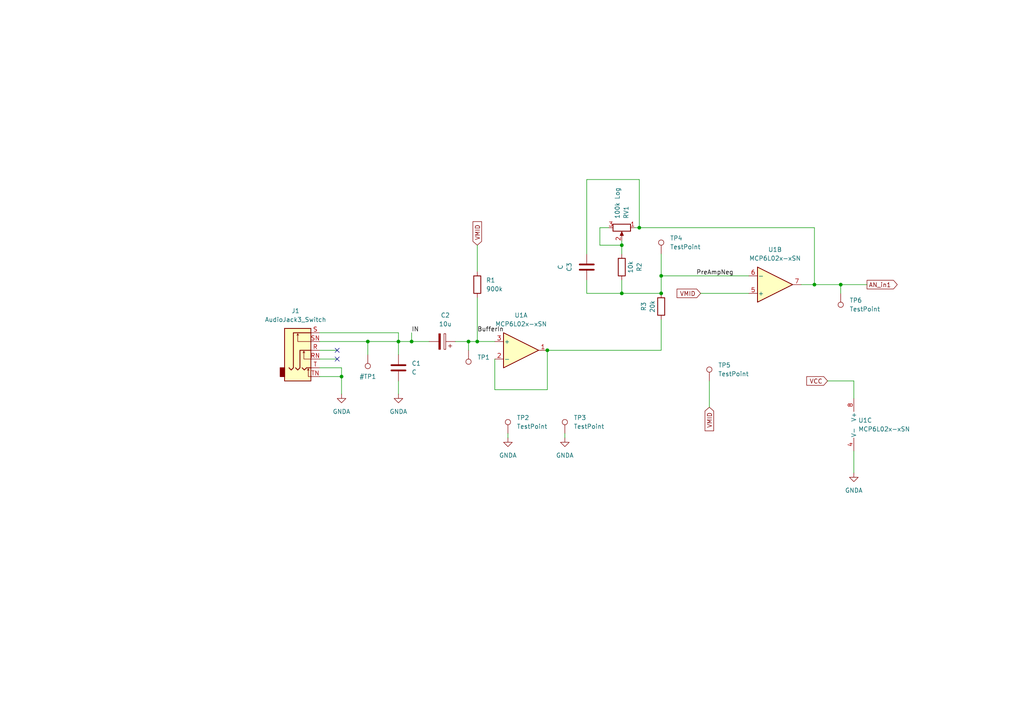
<source format=kicad_sch>
(kicad_sch (version 20211123) (generator eeschema)
  (paper "A4")
  (lib_symbols
    (symbol "Amplifier_Operational:MCP6L02x-xSN" (pin_names (offset 0.127))
      (property "Reference" "U" (at 2.54 6.35 0))
      (property "Value" "MCP6L02x-xSN" (at 2.54 3.81 0))
      (symbol "MCP6L02x-xSN_1_1"
        (polyline (pts (xy 5.08 0) (xy -5.08 5.08) (xy -5.08 -5.08) (xy 5.08 0)) (stroke (width 0.254)) (fill (type background)))
        (pin output line (at 7.62 0 180) (length 2.54) (name "~") (number "1"))
        (pin input line (at -7.62 -2.54 0) (length 2.54) (name "-") (number "2"))
        (pin input line (at -7.62 2.54 0) (length 2.54) (name "+") (number "3"))
      )
      (symbol "MCP6L02x-xSN_2_1"
        (polyline (pts (xy 5.08 0) (xy -5.08 5.08) (xy -5.08 -5.08) (xy 5.08 0)) (stroke (width 0.254)) (fill (type background)))
        (pin input line (at -7.62 2.54 0) (length 2.54) (name "+") (number "5"))
        (pin input line (at -7.62 -2.54 0) (length 2.54) (name "-") (number "6"))
        (pin output line (at 7.62 0 180) (length 2.54) (name "~") (number "7"))
      )
      (symbol "MCP6L02x-xSN_3_1"
        (pin power_in line (at 0 -7.62 90) (length 3.81) (name "V-") (number "4"))
        (pin power_in line (at 0 7.62 270) (length 3.81) (name "V+") (number "8"))
      )
    )
    (symbol "Connector:AudioJack3_Switch"
      (property "Reference" "J" (at 0 11.43 0))
      (property "Value" "AudioJack3_Switch" (at 0 8.89 0))
      (symbol "AudioJack3_Switch_0_1"
        (rectangle (start -5.08 -5.08) (end -6.35 -7.62) (stroke (width 0.254)) (fill (type outline)))
        (polyline (pts (xy -1.27 4.826) (xy -1.016 4.318)))
        (polyline (pts (xy 0.508 -0.254) (xy 0.762 -0.762)))
        (polyline (pts (xy 1.778 -5.334) (xy 2.032 -5.842)))
        (polyline (pts (xy 0 -5.08) (xy 0.635 -5.715) (xy 1.27 -5.08) (xy 2.54 -5.08)) (stroke (width 0.254)))
        (polyline (pts (xy 2.54 -7.62) (xy 1.778 -7.62) (xy 1.778 -5.334) (xy 1.524 -5.842)))
        (polyline (pts (xy 2.54 -2.54) (xy 0.508 -2.54) (xy 0.508 -0.254) (xy 0.254 -0.762)))
        (polyline (pts (xy 2.54 2.54) (xy -1.27 2.54) (xy -1.27 4.826) (xy -1.524 4.318)))
        (polyline (pts (xy -1.905 -5.08) (xy -1.27 -5.715) (xy -0.635 -5.08) (xy -0.635 0) (xy 2.54 0)) (stroke (width 0.254)))
        (polyline (pts (xy 2.54 5.08) (xy -2.54 5.08) (xy -2.54 -5.08) (xy -3.175 -5.715) (xy -3.81 -5.08)) (stroke (width 0.254)))
        (rectangle (start 2.54 6.35) (end -5.08 -8.89) (stroke (width 0.254)) (fill (type background)))
      )
      (symbol "AudioJack3_Switch_1_1"
        (pin passive line (at 5.08 0 180) (length 2.54) (name "~") (number "R"))
        (pin passive line (at 5.08 -2.54 180) (length 2.54) (name "~") (number "RN"))
        (pin passive line (at 5.08 5.08 180) (length 2.54) (name "~") (number "S"))
        (pin passive line (at 5.08 2.54 180) (length 2.54) (name "~") (number "SN"))
        (pin passive line (at 5.08 -5.08 180) (length 2.54) (name "~") (number "T"))
        (pin passive line (at 5.08 -7.62 180) (length 2.54) (name "~") (number "TN"))
      )
    )
    (symbol "Connector:TestPoint" (pin_numbers hide) (pin_names (offset 0.762) hide)
      (property "Reference" "TP" (at 0 6.858 0))
      (property "Value" "TestPoint" (at 0 5.08 0))
      (symbol "TestPoint_0_1"
        (circle (center 0 3.302) (radius 0.762))
      )
      (symbol "TestPoint_1_1"
        (pin passive line (at 0 0 90) (length 2.54) (name "1") (number "1"))
      )
    )
    (symbol "Device:C" (pin_numbers hide) (pin_names (offset 0.254))
      (property "Reference" "C" (at 0.635 2.54 0))
      (property "Value" "C" (at 0.635 -2.54 0))
      (symbol "C_0_1"
        (polyline (pts (xy -2.032 -0.762) (xy 2.032 -0.762)) (stroke (width 0.508)))
        (polyline (pts (xy -2.032 0.762) (xy 2.032 0.762)) (stroke (width 0.508)))
      )
      (symbol "C_1_1"
        (pin passive line (at 0 3.81 270) (length 2.794) (name "~") (number "1"))
        (pin passive line (at 0 -3.81 90) (length 2.794) (name "~") (number "2"))
      )
    )
    (symbol "Device:C_Polarized" (pin_numbers hide) (pin_names (offset 0.254))
      (property "Reference" "C" (at 0.635 2.54 0))
      (property "Value" "C_Polarized" (at 0.635 -2.54 0))
      (symbol "C_Polarized_0_1"
        (rectangle (start -2.286 0.508) (end 2.286 1.016))
        (polyline (pts (xy -1.778 2.286) (xy -0.762 2.286)))
        (polyline (pts (xy -1.27 2.794) (xy -1.27 1.778)))
        (rectangle (start 2.286 -0.508) (end -2.286 -1.016) (fill (type outline)))
      )
      (symbol "C_Polarized_1_1"
        (pin passive line (at 0 3.81 270) (length 2.794) (name "~") (number "1"))
        (pin passive line (at 0 -3.81 90) (length 2.794) (name "~") (number "2"))
      )
    )
    (symbol "Device:R" (pin_numbers hide) (pin_names (offset 0))
      (property "Reference" "R" (at 2.032 0 90))
      (property "Value" "R" (at 0 0 90))
      (symbol "R_0_1"
        (rectangle (start -1.016 -2.54) (end 1.016 2.54) (stroke (width 0.254)))
      )
      (symbol "R_1_1"
        (pin passive line (at 0 3.81 270) (length 1.27) (name "~") (number "1"))
        (pin passive line (at 0 -3.81 90) (length 1.27) (name "~") (number "2"))
      )
    )
    (symbol "Device:R_Potentiometer" (pin_names (offset 1.016) hide)
      (property "Reference" "RV" (at -4.445 0 90))
      (property "Value" "R_Potentiometer" (at -2.54 0 90))
      (symbol "R_Potentiometer_0_1"
        (polyline (pts (xy 2.54 0) (xy 1.524 0)))
        (polyline (pts (xy 1.143 0) (xy 2.286 0.508) (xy 2.286 -0.508) (xy 1.143 0)) (fill (type outline)))
        (rectangle (start 1.016 2.54) (end -1.016 -2.54) (stroke (width 0.254)))
      )
      (symbol "R_Potentiometer_1_1"
        (pin passive line (at 0 3.81 270) (length 1.27) (name "1") (number "1"))
        (pin passive line (at 3.81 0 180) (length 1.27) (name "2") (number "2"))
        (pin passive line (at 0 -3.81 90) (length 1.27) (name "3") (number "3"))
      )
    )
    (symbol "power:GNDA" (power) (pin_names (offset 0))
      (property "Value" "GNDA" (at 0 -3.81 0))
      (symbol "GNDA_0_1"
        (polyline (pts (xy 0 0) (xy 0 -1.27) (xy 1.27 -1.27) (xy 0 -2.54) (xy -1.27 -1.27) (xy 0 -1.27)))
      )
      (symbol "GNDA_1_1"
        (pin power_in line (at 0 0 270) (length 0) hide (name "GNDA") (number "1"))
      )
    )
  )
  (junction (at 135.89 99.06))
  (junction (at 119.38 99.06))
  (junction (at 243.84 82.55))
  (junction (at 180.34 85.09))
  (junction (at 106.68 99.06))
  (junction (at 99.06 109.22))
  (junction (at 115.57 99.06))
  (junction (at 158.75 101.6))
  (junction (at 191.77 85.09))
  (junction (at 180.34 71.12))
  (junction (at 191.77 80.01))
  (junction (at 185.42 66.04))
  (junction (at 236.22 82.55))
  (junction (at 138.43 99.06))
  (no_connect (at 97.79 104.14))
  (no_connect (at 97.79 101.6))
  (wire (pts (xy 191.77 80.01) (xy 191.77 85.09)))
  (wire (pts (xy 99.06 106.68) (xy 99.06 109.22)))
  (wire (pts (xy 176.53 66.04) (xy 173.99 66.04)))
  (wire (pts (xy 132.08 99.06) (xy 135.89 99.06)))
  (wire (pts (xy 143.51 113.03) (xy 158.75 113.03)))
  (wire (pts (xy 170.18 73.66) (xy 170.18 52.07)))
  (wire (pts (xy 185.42 66.04) (xy 236.22 66.04)))
  (wire (pts (xy 191.77 92.71) (xy 191.77 101.6)))
  (wire (pts (xy 106.68 99.06) (xy 115.57 99.06)))
  (wire (pts (xy 158.75 113.03) (xy 158.75 101.6)))
  (wire (pts (xy 185.42 52.07) (xy 185.42 66.04)))
  (wire (pts (xy 247.65 110.49) (xy 247.65 115.57)))
  (wire (pts (xy 180.34 71.12) (xy 180.34 69.85)))
  (wire (pts (xy 163.83 127) (xy 163.83 125.73)))
  (wire (pts (xy 135.89 99.06) (xy 135.89 101.6)))
  (wire (pts (xy 143.51 104.14) (xy 143.51 113.03)))
  (wire (pts (xy 240.03 110.49) (xy 247.65 110.49)))
  (wire (pts (xy 191.77 73.66) (xy 191.77 80.01)))
  (wire (pts (xy 173.99 66.04) (xy 173.99 71.12)))
  (wire (pts (xy 92.71 99.06) (xy 106.68 99.06)))
  (wire (pts (xy 106.68 99.06) (xy 106.68 102.87)))
  (wire (pts (xy 92.71 109.22) (xy 99.06 109.22)))
  (wire (pts (xy 147.32 127) (xy 147.32 125.73)))
  (wire (pts (xy 247.65 130.81) (xy 247.65 137.16)))
  (wire (pts (xy 115.57 110.49) (xy 115.57 114.3)))
  (wire (pts (xy 138.43 71.12) (xy 138.43 78.74)))
  (wire (pts (xy 119.38 96.52) (xy 119.38 99.06)))
  (wire (pts (xy 170.18 81.28) (xy 170.18 85.09)))
  (wire (pts (xy 115.57 99.06) (xy 119.38 99.06)))
  (wire (pts (xy 180.34 85.09) (xy 191.77 85.09)))
  (wire (pts (xy 170.18 85.09) (xy 180.34 85.09)))
  (wire (pts (xy 92.71 104.14) (xy 97.79 104.14)))
  (wire (pts (xy 236.22 82.55) (xy 243.84 82.55)))
  (wire (pts (xy 232.41 82.55) (xy 236.22 82.55)))
  (wire (pts (xy 138.43 99.06) (xy 143.51 99.06)))
  (wire (pts (xy 119.38 99.06) (xy 124.46 99.06)))
  (wire (pts (xy 205.74 110.49) (xy 205.74 118.11)))
  (wire (pts (xy 243.84 82.55) (xy 243.84 85.09)))
  (wire (pts (xy 135.89 99.06) (xy 138.43 99.06)))
  (wire (pts (xy 92.71 101.6) (xy 97.79 101.6)))
  (wire (pts (xy 180.34 81.28) (xy 180.34 85.09)))
  (wire (pts (xy 203.2 85.09) (xy 217.17 85.09)))
  (wire (pts (xy 191.77 101.6) (xy 158.75 101.6)))
  (wire (pts (xy 170.18 52.07) (xy 185.42 52.07)))
  (wire (pts (xy 236.22 82.55) (xy 236.22 66.04)))
  (wire (pts (xy 92.71 106.68) (xy 99.06 106.68)))
  (wire (pts (xy 180.34 73.66) (xy 180.34 71.12)))
  (wire (pts (xy 217.17 80.01) (xy 191.77 80.01)))
  (wire (pts (xy 92.71 96.52) (xy 115.57 96.52)))
  (wire (pts (xy 115.57 102.87) (xy 115.57 99.06)))
  (wire (pts (xy 243.84 82.55) (xy 251.46 82.55)))
  (wire (pts (xy 115.57 96.52) (xy 115.57 99.06)))
  (wire (pts (xy 138.43 86.36) (xy 138.43 99.06)))
  (wire (pts (xy 185.42 66.04) (xy 184.15 66.04)))
  (wire (pts (xy 99.06 109.22) (xy 99.06 114.3)))
  (wire (pts (xy 180.34 71.12) (xy 173.99 71.12)))
  (label "BufferIn" (at 138.43 96.52 0))
  (label "IN" (at 119.38 96.52 0))
  (label "PreAmpNeg" (at 201.93 80.01 0))
  (global_label "VMID" (shape input) (at 205.74 118.11 270) (property "Intersheet References" "${INTERSHEET_REFS}" (effects hide)))
  (global_label "AN_in1" (shape output) (at 251.46 82.55 0) (property "Intersheet References" "${INTERSHEET_REFS}" (effects hide)))
  (global_label "VMID" (shape input) (at 138.43 71.12 90) (property "Intersheet References" "${INTERSHEET_REFS}" (effects hide)))
  (global_label "VCC" (shape input) (at 240.03 110.49 180) (property "Intersheet References" "${INTERSHEET_REFS}" (effects hide)))
  (global_label "VMID" (shape input) (at 203.2 85.09 180) (property "Intersheet References" "${INTERSHEET_REFS}" (effects hide)))
  (symbol (lib_id "Device:C") (at 170.18 77.47 0) (mirror x) (unit 1)
    (property "Reference" "C3" (at 165.1 77.47 90))
    (property "Value" "C" (at 162.56 77.47 90))
    (property "Footprint" "Capacitor_SMD:C_0603_1608Metric_Pad1.08x0.95mm_HandSolder" (effects hide))
  )
  (symbol (lib_id "Connector:TestPoint") (at 147.32 125.73 0) (unit 1)
    (property "Reference" "TP2" (at 149.86 121.1579 0) (effects (justify left)))
    (property "Value" "TestPoint" (at 149.86 123.6979 0) (effects (justify left)))
    (property "Footprint" "TestPoint:TestPoint_THTPad_D1.5mm_Drill0.7mm" (effects hide))
  )
  (symbol (lib_id "Connector:TestPoint") (at 106.68 102.87 180) (unit 1)
    (property "Reference" "#TP1" (at 106.68 109.22 0))
    (property "Value" "test" (effects hide))
    (property "Footprint" "TestPoint:TestPoint_THTPad_D1.5mm_Drill0.7mm" (effects hide))
  )
  (symbol (lib_id "Amplifier_Operational:MCP6L02x-xSN") (at 247.65 123.19 0) (unit 3)
    (property "Reference" "U1" (at 248.92 121.9199 0) (effects (justify left)))
    (property "Value" "MCP6L02x-xSN" (at 248.92 124.4599 0) (effects (justify left)))
    (property "Footprint" "Package_SO:SOIC-8_3.9x4.9mm_P1.27mm" (effects hide))
    (property "Datasheet" "http://ww1.microchip.com/downloads/en/devicedoc/22140b.pdf" (effects hide))
  )
  (symbol (lib_id "power:GNDA") (at 163.83 127 0) (unit 1)
    (property "Reference" "#PWR04" (effects hide))
    (property "Value" "GNDA" (at 163.83 132.08 0))
  )
  (symbol (lib_id "Device:R_Potentiometer") (at 180.34 66.04 270) (unit 1)
    (property "Reference" "RV1" (at 181.6101 63.5 0) (effects (justify right)))
    (property "Value" "100k Log" (at 179.0701 63.5 0) (effects (justify right)))
    (property "Footprint" "Potentiometer_THT:Potentiometer_Bourns_PTV09A-1_Single_Vertical" (effects hide))
  )
  (symbol (lib_id "Amplifier_Operational:MCP6L02x-xSN") (at 224.79 82.55 0) (mirror x) (unit 2)
    (property "Reference" "U1" (at 224.79 72.39 0))
    (property "Value" "MCP6L02x-xSN" (at 224.79 74.93 0))
    (property "Footprint" "Package_SO:SOIC-8_3.9x4.9mm_P1.27mm" (effects hide))
    (property "Datasheet" "http://ww1.microchip.com/downloads/en/devicedoc/22140b.pdf" (effects hide))
  )
  (symbol (lib_id "Device:C") (at 115.57 106.68 0) (unit 1)
    (property "Reference" "C1" (at 119.38 105.4099 0) (effects (justify left)))
    (property "Value" "C" (at 119.38 107.9499 0) (effects (justify left)))
    (property "Footprint" "Capacitor_SMD:C_0603_1608Metric_Pad1.08x0.95mm_HandSolder" (effects hide))
  )
  (symbol (lib_id "Amplifier_Operational:MCP6L02x-xSN") (at 151.13 101.6 0) (unit 1)
    (property "Reference" "U1" (at 151.13 91.44 0))
    (property "Value" "MCP6L02x-xSN" (at 151.13 93.98 0))
    (property "Footprint" "Package_SO:SOIC-8_3.9x4.9mm_P1.27mm" (effects hide))
    (property "Datasheet" "http://ww1.microchip.com/downloads/en/devicedoc/22140b.pdf" (effects hide))
  )
  (symbol (lib_id "power:GNDA") (at 99.06 114.3 0) (unit 1)
    (property "Reference" "#PWR01" (effects hide))
    (property "Value" "GNDA" (at 99.06 119.38 0))
  )
  (symbol (lib_id "power:GNDA") (at 247.65 137.16 0) (unit 1)
    (property "Reference" "#PWR05" (effects hide))
    (property "Value" "GNDA" (at 247.65 142.24 0))
  )
  (symbol (lib_id "Device:R") (at 138.43 82.55 0) (unit 1)
    (property "Reference" "R1" (at 140.97 81.2799 0) (effects (justify left)))
    (property "Value" "900k" (at 140.97 83.8199 0) (effects (justify left)))
    (property "Footprint" "Resistor_SMD:R_0805_2012Metric_Pad1.20x1.40mm_HandSolder" (effects hide))
  )
  (symbol (lib_id "power:GNDA") (at 147.32 127 0) (unit 1)
    (property "Reference" "#PWR03" (effects hide))
    (property "Value" "GNDA" (at 147.32 132.08 0))
  )
  (symbol (lib_id "Device:C_Polarized") (at 128.27 99.06 270) (mirror x) (unit 1)
    (property "Reference" "C2" (at 129.159 91.44 90))
    (property "Value" "10u" (at 129.159 93.98 90))
    (property "Footprint" "Capacitor_THT:CP_Radial_D5.0mm_P2.00mm" (effects hide))
  )
  (symbol (lib_id "Connector:TestPoint") (at 205.74 110.49 0) (unit 1)
    (property "Reference" "TP5" (at 208.28 105.9179 0) (effects (justify left)))
    (property "Value" "TestPoint" (at 208.28 108.4579 0) (effects (justify left)))
    (property "Footprint" "TestPoint:TestPoint_THTPad_D1.5mm_Drill0.7mm" (effects hide))
  )
  (symbol (lib_id "Connector:TestPoint") (at 243.84 85.09 180) (unit 1)
    (property "Reference" "TP6" (at 246.38 87.1219 0) (effects (justify right)))
    (property "Value" "TestPoint" (at 246.38 89.6619 0) (effects (justify right)))
    (property "Footprint" "TestPoint:TestPoint_THTPad_D1.5mm_Drill0.7mm" (effects hide))
  )
  (symbol (lib_id "Device:R") (at 191.77 88.9 0) (mirror x) (unit 1)
    (property "Reference" "R3" (at 186.69 88.9 90))
    (property "Value" "20k" (at 189.23 88.9 90))
    (property "Footprint" "Resistor_SMD:R_0805_2012Metric_Pad1.20x1.40mm_HandSolder" (effects hide))
  )
  (symbol (lib_id "Connector:TestPoint") (at 135.89 101.6 180) (unit 1)
    (property "Reference" "TP1" (at 138.43 103.6319 0) (effects (justify right)))
    (property "Value" "TestPoint" (effects hide))
    (property "Footprint" "TestPoint:TestPoint_THTPad_D1.5mm_Drill0.7mm" (effects hide))
  )
  (symbol (lib_id "power:GNDA") (at 115.57 114.3 0) (unit 1)
    (property "Reference" "#PWR02" (effects hide))
    (property "Value" "GNDA" (at 115.57 119.38 0))
  )
  (symbol (lib_id "Connector:TestPoint") (at 191.77 73.66 0) (unit 1)
    (property "Reference" "TP4" (at 194.31 69.0879 0) (effects (justify left)))
    (property "Value" "TestPoint" (at 194.31 71.6279 0) (effects (justify left)))
    (property "Footprint" "TestPoint:TestPoint_THTPad_D1.5mm_Drill0.7mm" (effects hide))
  )
  (symbol (lib_id "Device:R") (at 180.34 77.47 0) (mirror y) (unit 1)
    (property "Reference" "R2" (at 185.42 77.47 90))
    (property "Value" "10k" (at 182.88 77.47 90))
    (property "Footprint" "Resistor_SMD:R_0805_2012Metric_Pad1.20x1.40mm_HandSolder" (effects hide))
  )
  (symbol (lib_id "Connector:TestPoint") (at 163.83 125.73 0) (unit 1)
    (property "Reference" "TP3" (at 166.37 121.1579 0) (effects (justify left)))
    (property "Value" "TestPoint" (at 166.37 123.6979 0) (effects (justify left)))
    (property "Footprint" "TestPoint:TestPoint_THTPad_D1.5mm_Drill0.7mm" (effects hide))
  )
  (symbol (lib_id "Connector:AudioJack3_Switch") (at 87.63 101.6 0) (unit 1)
    (property "Reference" "J1" (at 85.725 90.17 0))
    (property "Value" "AudioJack3_Switch" (at 85.725 92.71 0))
    (property "Footprint" "Connector_Audio:jack_raspi_6.3mmjack" (effects hide))
  )
)
</source>
